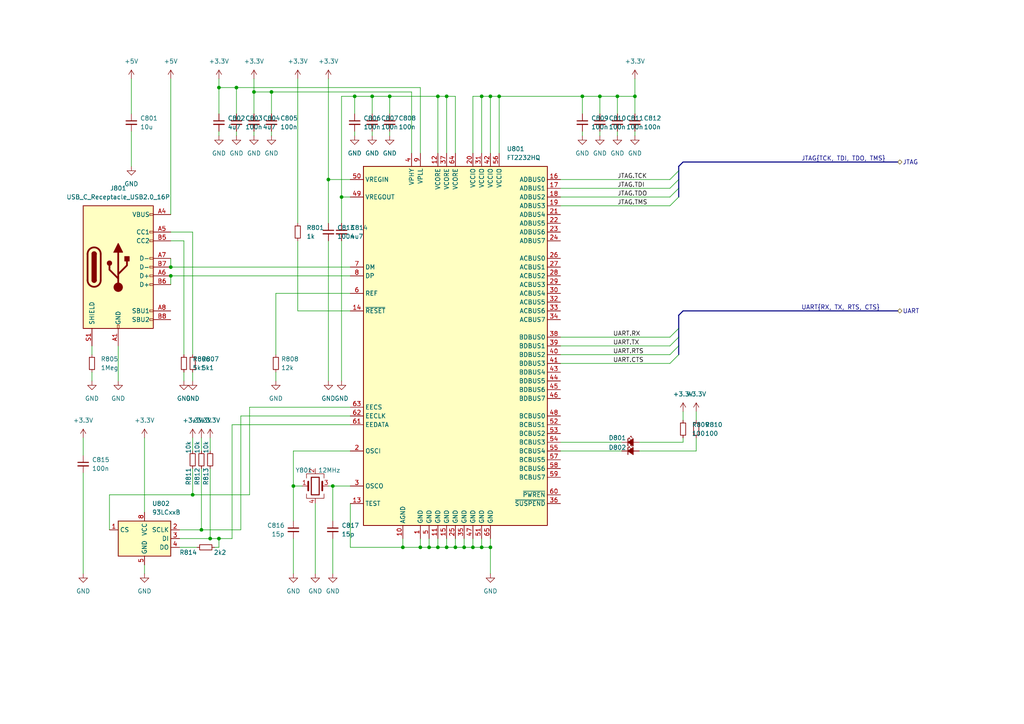
<source format=kicad_sch>
(kicad_sch (version 20250114) (generator "eeschema") (generator_version "9.0")
  (paper "A4")
  (lib_symbols
    (symbol "Connector:USB_C_Receptacle_USB2.0_16P" (pin_names (offset 1.016))
      (property "Reference" "J" (at 0 22.225 0))
      (property "Value" "USB_C_Receptacle_USB2.0_16P" (at 0 19.685 0))
      (symbol "USB_C_Receptacle_USB2.0_16P_0_0"
        (rectangle (start -0.254 -17.78) (end 0.254 -16.764))
        (rectangle (start 10.16 15.494) (end 9.144 14.986))
        (rectangle (start 10.16 10.414) (end 9.144 9.906))
        (rectangle (start 10.16 7.874) (end 9.144 7.366))
        (rectangle (start 10.16 2.794) (end 9.144 2.286))
        (rectangle (start 10.16 0.254) (end 9.144 -0.254))
        (rectangle (start 10.16 -2.286) (end 9.144 -2.794))
        (rectangle (start 10.16 -4.826) (end 9.144 -5.334))
        (rectangle (start 10.16 -12.446) (end 9.144 -12.954))
        (rectangle (start 10.16 -14.986) (end 9.144 -15.494))
      )
      (symbol "USB_C_Receptacle_USB2.0_16P_0_1"
        (rectangle (start -10.16 17.78) (end 10.16 -17.78) (stroke (width 0.254)) (fill (type background)))
        (polyline (pts (xy -8.89 -3.81) (xy -8.89 3.81)) (stroke (width 0.508)))
        (rectangle (start -7.62 -3.81) (end -6.35 3.81) (stroke (width 0.254)) (fill (type outline)))
        (arc (start -7.62 3.81) (mid -6.985 4.4423) (end -6.35 3.81) (stroke (width 0.254)))
        (arc (start -7.62 3.81) (mid -6.985 4.4423) (end -6.35 3.81) (stroke (width 0.254)) (fill (type outline)))
        (arc (start -8.89 3.81) (mid -6.985 5.7067) (end -5.08 3.81) (stroke (width 0.508)))
        (arc (start -5.08 -3.81) (mid -6.985 -5.7067) (end -8.89 -3.81) (stroke (width 0.508)))
        (arc (start -6.35 -3.81) (mid -6.985 -4.4423) (end -7.62 -3.81) (stroke (width 0.254)))
        (arc (start -6.35 -3.81) (mid -6.985 -4.4423) (end -7.62 -3.81) (stroke (width 0.254)) (fill (type outline)))
        (polyline (pts (xy -5.08 3.81) (xy -5.08 -3.81)) (stroke (width 0.508)))
        (circle (center -2.54 1.143) (radius 0.635) (stroke (width 0.254)) (fill (type outline)))
        (polyline (pts (xy -1.27 4.318) (xy 0 6.858) (xy 1.27 4.318) (xy -1.27 4.318)) (stroke (width 0.254)) (fill (type outline)))
        (polyline (pts (xy 0 -2.032) (xy 2.54 0.508) (xy 2.54 1.778)) (stroke (width 0.508)))
        (polyline (pts (xy 0 -3.302) (xy -2.54 -0.762) (xy -2.54 0.508)) (stroke (width 0.508)))
        (polyline (pts (xy 0 -5.842) (xy 0 4.318)) (stroke (width 0.508)))
        (circle (center 0 -5.842) (radius 1.27) (fill (type outline)))
        (rectangle (start 1.905 1.778) (end 3.175 3.048) (stroke (width 0.254)) (fill (type outline)))
      )
      (symbol "USB_C_Receptacle_USB2.0_16P_1_1"
        (pin passive line (at -7.62 -22.86 90) (length 5.08) (name "SHIELD") (number "S1"))
        (pin passive line (at 0 -22.86 90) (length 5.08) (name "GND") (number "A1"))
        (pin passive line (at 0 -22.86 90) (length 5.08) (hide yes) (name "GND") (number "A12"))
        (pin passive line (at 0 -22.86 90) (length 5.08) (hide yes) (name "GND") (number "B1"))
        (pin passive line (at 0 -22.86 90) (length 5.08) (hide yes) (name "GND") (number "B12"))
        (pin passive line (at 15.24 15.24 180) (length 5.08) (name "VBUS") (number "A4"))
        (pin passive line (at 15.24 15.24 180) (length 5.08) (hide yes) (name "VBUS") (number "A9"))
        (pin passive line (at 15.24 15.24 180) (length 5.08) (hide yes) (name "VBUS") (number "B4"))
        (pin passive line (at 15.24 15.24 180) (length 5.08) (hide yes) (name "VBUS") (number "B9"))
        (pin bidirectional line (at 15.24 10.16 180) (length 5.08) (name "CC1") (number "A5"))
        (pin bidirectional line (at 15.24 7.62 180) (length 5.08) (name "CC2") (number "B5"))
        (pin bidirectional line (at 15.24 2.54 180) (length 5.08) (name "D-") (number "A7"))
        (pin bidirectional line (at 15.24 0 180) (length 5.08) (name "D-") (number "B7"))
        (pin bidirectional line (at 15.24 -2.54 180) (length 5.08) (name "D+") (number "A6"))
        (pin bidirectional line (at 15.24 -5.08 180) (length 5.08) (name "D+") (number "B6"))
        (pin bidirectional line (at 15.24 -12.7 180) (length 5.08) (name "SBU1") (number "A8"))
        (pin bidirectional line (at 15.24 -15.24 180) (length 5.08) (name "SBU2") (number "B8"))
      )
    )
    (symbol "Device:C_Small" (pin_numbers (hide yes)) (pin_names (offset 0.254) (hide yes))
      (property "Reference" "C" (at 0.254 1.778 0))
      (property "Value" "C_Small" (at 0.254 -2.032 0))
      (symbol "C_Small_0_1"
        (polyline (pts (xy -1.524 0.508) (xy 1.524 0.508)) (stroke (width 0.3048)))
        (polyline (pts (xy -1.524 -0.508) (xy 1.524 -0.508)) (stroke (width 0.3302)))
      )
      (symbol "C_Small_1_1"
        (pin passive line (at 0 2.54 270) (length 2.032) (name "~") (number "1"))
        (pin passive line (at 0 -2.54 90) (length 2.032) (name "~") (number "2"))
      )
    )
    (symbol "Device:Crystal_GND24" (pin_names (offset 1.016) (hide yes))
      (property "Reference" "Y" (at 3.175 5.08 0))
      (property "Value" "Crystal_GND24" (at 3.175 3.175 0))
      (symbol "Crystal_GND24_0_1"
        (polyline (pts (xy -2.54 2.286) (xy -2.54 3.556) (xy 2.54 3.556) (xy 2.54 2.286)))
        (polyline (pts (xy -2.54 0) (xy -2.032 0)))
        (polyline (pts (xy -2.54 -2.286) (xy -2.54 -3.556) (xy 2.54 -3.556) (xy 2.54 -2.286)))
        (polyline (pts (xy -2.032 -1.27) (xy -2.032 1.27)) (stroke (width 0.508)))
        (rectangle (start -1.143 2.54) (end 1.143 -2.54) (stroke (width 0.3048)))
        (polyline (pts (xy 0 3.556) (xy 0 3.81)))
        (polyline (pts (xy 0 -3.81) (xy 0 -3.556)))
        (polyline (pts (xy 2.032 0) (xy 2.54 0)))
        (polyline (pts (xy 2.032 -1.27) (xy 2.032 1.27)) (stroke (width 0.508)))
      )
      (symbol "Crystal_GND24_1_1"
        (pin passive line (at -3.81 0 0) (length 1.27) (name "1") (number "1"))
        (pin passive line (at 0 5.08 270) (length 1.27) (name "2") (number "2"))
        (pin passive line (at 0 -5.08 90) (length 1.27) (name "4") (number "4"))
        (pin passive line (at 3.81 0 180) (length 1.27) (name "3") (number "3"))
      )
    )
    (symbol "Device:LED_Small_Filled" (pin_numbers (hide yes)) (pin_names (offset 0.254) (hide yes))
      (property "Reference" "D" (at -1.27 3.175 0))
      (property "Value" "LED_Small_Filled" (at -4.445 -2.54 0))
      (symbol "LED_Small_Filled_0_1"
        (polyline (pts (xy -0.762 -1.016) (xy -0.762 1.016)) (stroke (width 0.254)))
        (polyline (pts (xy 0 0.762) (xy -0.508 1.27) (xy -0.254 1.27) (xy -0.508 1.27) (xy -0.508 1.016)))
        (polyline (pts (xy 0.508 1.27) (xy 0 1.778) (xy 0.254 1.778) (xy 0 1.778) (xy 0 1.524)))
        (polyline (pts (xy 0.762 -1.016) (xy -0.762 0) (xy 0.762 1.016) (xy 0.762 -1.016)) (stroke (width 0.254)) (fill (type outline)))
        (polyline (pts (xy 1.016 0) (xy -0.762 0)))
      )
      (symbol "LED_Small_Filled_1_1"
        (pin passive line (at -2.54 0 0) (length 1.778) (name "K") (number "1"))
        (pin passive line (at 2.54 0 180) (length 1.778) (name "A") (number "2"))
      )
    )
    (symbol "Device:R_Small" (pin_numbers (hide yes)) (pin_names (offset 0.254) (hide yes))
      (property "Reference" "R" (at 0.762 0.508 0))
      (property "Value" "R_Small" (at 0.762 -1.016 0))
      (symbol "R_Small_0_1"
        (rectangle (start -0.762 1.778) (end 0.762 -1.778) (stroke (width 0.2032)))
      )
      (symbol "R_Small_1_1"
        (pin passive line (at 0 2.54 270) (length 0.762) (name "~") (number "1"))
        (pin passive line (at 0 -2.54 90) (length 0.762) (name "~") (number "2"))
      )
    )
    (symbol "GND_1" (power) (pin_numbers (hide yes)) (pin_names (offset 0) (hide yes))
      (property "Value" "GND" (at 0 -3.81 0))
      (symbol "GND_1_0_1"
        (polyline (pts (xy 0 0) (xy 0 -1.27) (xy 1.27 -1.27) (xy 0 -2.54) (xy -1.27 -1.27) (xy 0 -1.27)))
      )
      (symbol "GND_1_1_1"
        (pin power_in line (at 0 0 270) (length 0) (name "~") (number "1"))
      )
    )
    (symbol "Interface_USB:FT2232HQ"
      (property "Reference" "U" (at -26.67 53.34 0))
      (property "Value" "FT2232HQ" (at 19.05 53.34 0))
      (symbol "FT2232HQ_0_1"
        (rectangle (start -26.67 -52.07) (end 26.67 52.07) (stroke (width 0.254)) (fill (type background)))
      )
      (symbol "FT2232HQ_1_1"
        (pin power_in line (at -30.48 48.26 0) (length 3.81) (name "VREGIN") (number "50"))
        (pin power_out line (at -30.48 43.18 0) (length 3.81) (name "VREGOUT") (number "49"))
        (pin bidirectional line (at -30.48 22.86 0) (length 3.81) (name "DM") (number "7"))
        (pin bidirectional line (at -30.48 20.32 0) (length 3.81) (name "DP") (number "8"))
        (pin output line (at -30.48 15.24 0) (length 3.81) (name "REF") (number "6"))
        (pin input line (at -30.48 10.16 0) (length 3.81) (name "~{RESET}") (number "14"))
        (pin output line (at -30.48 -17.78 0) (length 3.81) (name "EECS") (number "63"))
        (pin output line (at -30.48 -20.32 0) (length 3.81) (name "EECLK") (number "62"))
        (pin bidirectional line (at -30.48 -22.86 0) (length 3.81) (name "EEDATA") (number "61"))
        (pin input line (at -30.48 -30.48 0) (length 3.81) (name "OSCI") (number "2"))
        (pin output line (at -30.48 -40.64 0) (length 3.81) (name "OSCO") (number "3"))
        (pin input line (at -30.48 -45.72 0) (length 3.81) (name "TEST") (number "13"))
        (pin power_in line (at -15.24 -55.88 90) (length 3.81) (name "AGND") (number "10"))
        (pin power_in line (at -12.7 55.88 270) (length 3.81) (name "VPHY") (number "4"))
        (pin input line (at -10.16 55.88 270) (length 3.81) (name "VPLL") (number "9"))
        (pin power_in line (at -10.16 -55.88 90) (length 3.81) (name "GND") (number "1"))
        (pin power_in line (at -7.62 -55.88 90) (length 3.81) (name "GND") (number "5"))
        (pin power_in line (at -5.08 55.88 270) (length 3.81) (name "VCORE") (number "12"))
        (pin power_in line (at -5.08 -55.88 90) (length 3.81) (name "GND") (number "11"))
        (pin power_in line (at -2.54 55.88 270) (length 3.81) (name "VCORE") (number "37"))
        (pin power_in line (at -2.54 -55.88 90) (length 3.81) (name "GND") (number "15"))
        (pin power_in line (at 0 55.88 270) (length 3.81) (name "VCORE") (number "64"))
        (pin power_in line (at 0 -55.88 90) (length 3.81) (name "GND") (number "25"))
        (pin power_in line (at 2.54 -55.88 90) (length 3.81) (name "GND") (number "35"))
        (pin power_in line (at 5.08 55.88 270) (length 3.81) (name "VCCIO") (number "20"))
        (pin power_in line (at 5.08 -55.88 90) (length 3.81) (name "GND") (number "47"))
        (pin power_in line (at 7.62 55.88 270) (length 3.81) (name "VCCIO") (number "31"))
        (pin power_in line (at 7.62 -55.88 90) (length 3.81) (name "GND") (number "51"))
        (pin power_in line (at 10.16 55.88 270) (length 3.81) (name "VCCIO") (number "42"))
        (pin power_in line (at 10.16 -55.88 90) (length 3.81) (name "GND") (number "65"))
        (pin power_in line (at 12.7 55.88 270) (length 3.81) (name "VCCIO") (number "56"))
        (pin bidirectional line (at 30.48 48.26 180) (length 3.81) (name "ADBUS0") (number "16"))
        (pin bidirectional line (at 30.48 45.72 180) (length 3.81) (name "ADBUS1") (number "17"))
        (pin bidirectional line (at 30.48 43.18 180) (length 3.81) (name "ADBUS2") (number "18"))
        (pin bidirectional line (at 30.48 40.64 180) (length 3.81) (name "ADBUS3") (number "19"))
        (pin bidirectional line (at 30.48 38.1 180) (length 3.81) (name "ADBUS4") (number "21"))
        (pin bidirectional line (at 30.48 35.56 180) (length 3.81) (name "ADBUS5") (number "22"))
        (pin bidirectional line (at 30.48 33.02 180) (length 3.81) (name "ADBUS6") (number "23"))
        (pin bidirectional line (at 30.48 30.48 180) (length 3.81) (name "ADBUS7") (number "24"))
        (pin bidirectional line (at 30.48 25.4 180) (length 3.81) (name "ACBUS0") (number "26"))
        (pin bidirectional line (at 30.48 22.86 180) (length 3.81) (name "ACBUS1") (number "27"))
        (pin bidirectional line (at 30.48 20.32 180) (length 3.81) (name "ACBUS2") (number "28"))
        (pin bidirectional line (at 30.48 17.78 180) (length 3.81) (name "ACBUS3") (number "29"))
        (pin bidirectional line (at 30.48 15.24 180) (length 3.81) (name "ACBUS4") (number "30"))
        (pin bidirectional line (at 30.48 12.7 180) (length 3.81) (name "ACBUS5") (number "32"))
        (pin bidirectional line (at 30.48 10.16 180) (length 3.81) (name "ACBUS6") (number "33"))
        (pin bidirectional line (at 30.48 7.62 180) (length 3.81) (name "ACBUS7") (number "34"))
        (pin bidirectional line (at 30.48 2.54 180) (length 3.81) (name "BDBUS0") (number "38"))
        (pin bidirectional line (at 30.48 0 180) (length 3.81) (name "BDBUS1") (number "39"))
        (pin bidirectional line (at 30.48 -2.54 180) (length 3.81) (name "BDBUS2") (number "40"))
        (pin bidirectional line (at 30.48 -5.08 180) (length 3.81) (name "BDBUS3") (number "41"))
        (pin bidirectional line (at 30.48 -7.62 180) (length 3.81) (name "BDBUS4") (number "43"))
        (pin bidirectional line (at 30.48 -10.16 180) (length 3.81) (name "BDBUS5") (number "44"))
        (pin bidirectional line (at 30.48 -12.7 180) (length 3.81) (name "BDBUS6") (number "45"))
        (pin bidirectional line (at 30.48 -15.24 180) (length 3.81) (name "BDBUS7") (number "46"))
        (pin bidirectional line (at 30.48 -20.32 180) (length 3.81) (name "BCBUS0") (number "48"))
        (pin bidirectional line (at 30.48 -22.86 180) (length 3.81) (name "BCBUS1") (number "52"))
        (pin bidirectional line (at 30.48 -25.4 180) (length 3.81) (name "BCBUS2") (number "53"))
        (pin bidirectional line (at 30.48 -27.94 180) (length 3.81) (name "BCBUS3") (number "54"))
        (pin bidirectional line (at 30.48 -30.48 180) (length 3.81) (name "BCBUS4") (number "55"))
        (pin bidirectional line (at 30.48 -33.02 180) (length 3.81) (name "BCBUS5") (number "57"))
        (pin bidirectional line (at 30.48 -35.56 180) (length 3.81) (name "BCBUS6") (number "58"))
        (pin bidirectional line (at 30.48 -38.1 180) (length 3.81) (name "BCBUS7") (number "59"))
        (pin output line (at 30.48 -43.18 180) (length 3.81) (name "~{PWREN}") (number "60"))
        (pin output line (at 30.48 -45.72 180) (length 3.81) (name "~{SUSPEND}") (number "36"))
      )
    )
    (symbol "Memory_EEPROM:93LCxxB"
      (property "Reference" "U" (at -7.62 6.35 0))
      (property "Value" "93LCxxB" (at 2.54 -6.35 0))
      (symbol "93LCxxB_1_1"
        (rectangle (start -7.62 5.08) (end 7.62 -5.08) (stroke (width 0.254)) (fill (type background)))
        (pin input line (at -10.16 2.54 0) (length 2.54) (name "CS") (number "1"))
        (pin no_connect line (at -7.62 0 0) (length 2.54) (hide yes) (name "NC") (number "6"))
        (pin no_connect line (at -7.62 -2.54 0) (length 2.54) (hide yes) (name "NC") (number "7"))
        (pin power_in line (at 0 7.62 270) (length 2.54) (name "VCC") (number "8"))
        (pin power_in line (at 0 -7.62 90) (length 2.54) (name "GND") (number "5"))
        (pin input line (at 10.16 2.54 180) (length 2.54) (name "SCLK") (number "2"))
        (pin input line (at 10.16 0 180) (length 2.54) (name "DI") (number "3"))
        (pin tri_state line (at 10.16 -2.54 180) (length 2.54) (name "DO") (number "4"))
      )
    )
    (symbol "power:+3.3V" (power) (pin_names (offset 0))
      (property "Value" "+3.3V" (at 0 3.556 0))
      (symbol "+3.3V_0_1"
        (polyline (pts (xy -0.762 1.27) (xy 0 2.54)))
        (polyline (pts (xy 0 2.54) (xy 0.762 1.27)))
        (polyline (pts (xy 0 0) (xy 0 2.54)))
      )
      (symbol "+3.3V_1_1"
        (pin power_in line (at 0 0 90) (length 0) (hide yes) (name "+3.3V") (number "1"))
      )
    )
    (symbol "power:+5V" (power) (pin_names (offset 0))
      (property "Value" "+5V" (at 0 3.556 0))
      (symbol "+5V_0_1"
        (polyline (pts (xy -0.762 1.27) (xy 0 2.54)))
        (polyline (pts (xy 0 2.54) (xy 0.762 1.27)))
        (polyline (pts (xy 0 0) (xy 0 2.54)))
      )
      (symbol "+5V_1_1"
        (pin power_in line (at 0 0 90) (length 0) (hide yes) (name "+5V") (number "1"))
      )
    )
    (symbol "power:GND" (power) (pin_names (offset 0))
      (property "Value" "GND" (at 0 -3.81 0))
      (symbol "GND_0_1"
        (polyline (pts (xy 0 0) (xy 0 -1.27) (xy 1.27 -1.27) (xy 0 -2.54) (xy -1.27 -1.27) (xy 0 -1.27)))
      )
      (symbol "GND_1_1"
        (pin power_in line (at 0 0 270) (length 0) (hide yes) (name "GND") (number "1"))
      )
    )
  )
  (junction (at 127 158.75))
  (junction (at 134.62 158.75))
  (junction (at 184.15 27.94))
  (junction (at 68.58 25.4))
  (junction (at 107.95 27.94))
  (junction (at 113.03 27.94))
  (junction (at 63.5 25.4))
  (junction (at 173.99 27.94))
  (junction (at 142.24 27.94))
  (junction (at 137.16 158.75))
  (junction (at 73.66 26.67))
  (junction (at 139.7 27.94))
  (junction (at 78.74 26.67))
  (junction (at 63.5 156.21))
  (junction (at 127 27.94))
  (junction (at 179.07 27.94))
  (junction (at 142.24 158.75))
  (junction (at 55.88 143.51))
  (junction (at 49.53 80.01))
  (junction (at 102.87 27.94))
  (junction (at 168.91 27.94))
  (junction (at 129.54 158.75))
  (junction (at 96.52 140.97))
  (junction (at 139.7 158.75))
  (junction (at 85.09 140.97))
  (junction (at 129.54 27.94))
  (junction (at 49.53 77.47))
  (junction (at 99.06 57.15))
  (junction (at 132.08 158.75))
  (junction (at 124.46 158.75))
  (junction (at 95.25 52.07))
  (junction (at 58.42 153.67))
  (junction (at 116.84 158.75))
  (junction (at 144.78 27.94))
  (junction (at 121.92 158.75))
  (junction (at 60.96 156.21))
  (bus_entry (at 196.85 95.25) (size -2.54 2.54))
  (bus_entry (at 196.85 97.79) (size -2.54 2.54))
  (bus_entry (at 196.85 100.33) (size -2.54 2.54))
  (bus_entry (at 196.85 52.07) (size -2.54 2.54))
  (bus_entry (at 196.85 49.53) (size -2.54 2.54))
  (bus_entry (at 196.85 102.87) (size -2.54 2.54))
  (bus_entry (at 196.85 57.15) (size -2.54 2.54))
  (bus_entry (at 196.85 54.61) (size -2.54 2.54))
  (wire (pts (xy 101.6 123.19) (xy 67.31 123.19)))
  (wire (pts (xy 58.42 153.67) (xy 69.85 153.67)))
  (wire (pts (xy 63.5 156.21) (xy 63.5 158.75)))
  (wire (pts (xy 119.38 26.67) (xy 78.74 26.67)))
  (wire (pts (xy 26.67 107.95) (xy 26.67 110.49)))
  (wire (pts (xy 113.03 27.94) (xy 127 27.94)))
  (wire (pts (xy 78.74 26.67) (xy 78.74 33.02)))
  (bus (pts (xy 196.85 91.44) (xy 198.12 90.17)))
  (wire (pts (xy 107.95 27.94) (xy 113.03 27.94)))
  (wire (pts (xy 68.58 25.4) (xy 121.92 25.4)))
  (wire (pts (xy 142.24 27.94) (xy 142.24 44.45)))
  (wire (pts (xy 137.16 158.75) (xy 139.7 158.75)))
  (bus (pts (xy 196.85 48.26) (xy 196.85 49.53)))
  (wire (pts (xy 107.95 27.94) (xy 107.95 33.02)))
  (wire (pts (xy 60.96 156.21) (xy 63.5 156.21)))
  (wire (pts (xy 95.25 52.07) (xy 95.25 64.77)))
  (wire (pts (xy 184.15 38.1) (xy 184.15 39.37)))
  (wire (pts (xy 53.34 107.95) (xy 53.34 110.49)))
  (wire (pts (xy 53.34 69.85) (xy 53.34 102.87)))
  (wire (pts (xy 58.42 127) (xy 58.42 130.81)))
  (wire (pts (xy 137.16 156.21) (xy 137.16 158.75)))
  (bus (pts (xy 198.12 90.17) (xy 260.35 90.17)))
  (wire (pts (xy 99.06 27.94) (xy 102.87 27.94)))
  (wire (pts (xy 101.6 85.09) (xy 80.01 85.09)))
  (wire (pts (xy 99.06 69.85) (xy 99.06 110.49)))
  (wire (pts (xy 162.56 105.41) (xy 194.31 105.41)))
  (wire (pts (xy 121.92 158.75) (xy 124.46 158.75)))
  (wire (pts (xy 107.95 38.1) (xy 107.95 39.37)))
  (wire (pts (xy 129.54 27.94) (xy 129.54 44.45)))
  (wire (pts (xy 124.46 158.75) (xy 127 158.75)))
  (wire (pts (xy 95.25 52.07) (xy 101.6 52.07)))
  (wire (pts (xy 80.01 107.95) (xy 80.01 110.49)))
  (wire (pts (xy 127 158.75) (xy 129.54 158.75)))
  (wire (pts (xy 49.53 67.31) (xy 55.88 67.31)))
  (wire (pts (xy 162.56 57.15) (xy 194.31 57.15)))
  (wire (pts (xy 67.31 123.19) (xy 67.31 156.21)))
  (wire (pts (xy 85.09 140.97) (xy 85.09 151.13)))
  (wire (pts (xy 52.07 158.75) (xy 57.15 158.75)))
  (wire (pts (xy 168.91 27.94) (xy 168.91 33.02)))
  (wire (pts (xy 24.13 127) (xy 24.13 132.08)))
  (wire (pts (xy 102.87 38.1) (xy 102.87 39.37)))
  (wire (pts (xy 26.67 100.33) (xy 26.67 102.87)))
  (wire (pts (xy 96.52 151.13) (xy 96.52 140.97)))
  (wire (pts (xy 132.08 156.21) (xy 132.08 158.75)))
  (wire (pts (xy 134.62 156.21) (xy 134.62 158.75)))
  (wire (pts (xy 63.5 38.1) (xy 63.5 39.37)))
  (wire (pts (xy 144.78 27.94) (xy 144.78 44.45)))
  (wire (pts (xy 185.42 128.27) (xy 198.12 128.27)))
  (wire (pts (xy 173.99 27.94) (xy 173.99 33.02)))
  (wire (pts (xy 168.91 27.94) (xy 173.99 27.94)))
  (wire (pts (xy 80.01 85.09) (xy 80.01 102.87)))
  (wire (pts (xy 127 27.94) (xy 129.54 27.94)))
  (wire (pts (xy 121.92 156.21) (xy 121.92 158.75)))
  (wire (pts (xy 55.88 135.89) (xy 55.88 143.51)))
  (wire (pts (xy 179.07 27.94) (xy 184.15 27.94)))
  (wire (pts (xy 102.87 27.94) (xy 102.87 33.02)))
  (wire (pts (xy 101.6 158.75) (xy 116.84 158.75)))
  (bus (pts (xy 198.12 46.99) (xy 196.85 48.26)))
  (wire (pts (xy 96.52 166.37) (xy 96.52 156.21)))
  (wire (pts (xy 119.38 26.67) (xy 119.38 44.45)))
  (wire (pts (xy 184.15 22.86) (xy 184.15 27.94)))
  (wire (pts (xy 49.53 22.86) (xy 49.53 62.23)))
  (wire (pts (xy 162.56 52.07) (xy 194.31 52.07)))
  (wire (pts (xy 139.7 158.75) (xy 142.24 158.75)))
  (wire (pts (xy 162.56 102.87) (xy 194.31 102.87)))
  (wire (pts (xy 49.53 80.01) (xy 101.6 80.01)))
  (wire (pts (xy 52.07 153.67) (xy 58.42 153.67)))
  (wire (pts (xy 173.99 27.94) (xy 179.07 27.94)))
  (wire (pts (xy 162.56 54.61) (xy 194.31 54.61)))
  (wire (pts (xy 124.46 156.21) (xy 124.46 158.75)))
  (wire (pts (xy 121.92 25.4) (xy 121.92 44.45)))
  (wire (pts (xy 49.53 74.93) (xy 49.53 77.47)))
  (bus (pts (xy 196.85 52.07) (xy 196.85 54.61)))
  (wire (pts (xy 63.5 25.4) (xy 63.5 33.02)))
  (wire (pts (xy 86.36 69.85) (xy 86.36 90.17)))
  (wire (pts (xy 49.53 80.01) (xy 49.53 82.55)))
  (wire (pts (xy 201.93 130.81) (xy 185.42 130.81)))
  (wire (pts (xy 127 27.94) (xy 127 44.45)))
  (wire (pts (xy 68.58 38.1) (xy 68.58 39.37)))
  (wire (pts (xy 63.5 22.86) (xy 63.5 25.4)))
  (wire (pts (xy 96.52 140.97) (xy 95.25 140.97)))
  (wire (pts (xy 101.6 146.05) (xy 101.6 158.75)))
  (wire (pts (xy 85.09 156.21) (xy 85.09 166.37)))
  (wire (pts (xy 49.53 69.85) (xy 53.34 69.85)))
  (bus (pts (xy 196.85 54.61) (xy 196.85 57.15)))
  (wire (pts (xy 41.91 127) (xy 41.91 148.59)))
  (wire (pts (xy 101.6 118.11) (xy 72.39 118.11)))
  (wire (pts (xy 101.6 140.97) (xy 96.52 140.97)))
  (wire (pts (xy 41.91 163.83) (xy 41.91 166.37)))
  (wire (pts (xy 49.53 77.47) (xy 101.6 77.47)))
  (wire (pts (xy 162.56 128.27) (xy 180.34 128.27)))
  (wire (pts (xy 52.07 156.21) (xy 60.96 156.21)))
  (bus (pts (xy 198.12 46.99) (xy 260.35 46.99)))
  (wire (pts (xy 132.08 158.75) (xy 134.62 158.75)))
  (wire (pts (xy 201.93 127) (xy 201.93 130.81)))
  (wire (pts (xy 63.5 158.75) (xy 62.23 158.75)))
  (bus (pts (xy 196.85 102.87) (xy 196.85 100.33)))
  (bus (pts (xy 196.85 100.33) (xy 196.85 97.79)))
  (wire (pts (xy 173.99 38.1) (xy 173.99 39.37)))
  (wire (pts (xy 144.78 27.94) (xy 168.91 27.94)))
  (wire (pts (xy 102.87 27.94) (xy 107.95 27.94)))
  (wire (pts (xy 99.06 57.15) (xy 99.06 27.94)))
  (wire (pts (xy 113.03 27.94) (xy 113.03 33.02)))
  (wire (pts (xy 162.56 100.33) (xy 194.31 100.33)))
  (wire (pts (xy 142.24 158.75) (xy 142.24 166.37)))
  (wire (pts (xy 85.09 130.81) (xy 101.6 130.81)))
  (wire (pts (xy 184.15 27.94) (xy 184.15 33.02)))
  (bus (pts (xy 196.85 95.25) (xy 196.85 91.44)))
  (wire (pts (xy 72.39 118.11) (xy 72.39 143.51)))
  (wire (pts (xy 69.85 120.65) (xy 101.6 120.65)))
  (wire (pts (xy 78.74 38.1) (xy 78.74 39.37)))
  (wire (pts (xy 73.66 26.67) (xy 73.66 33.02)))
  (wire (pts (xy 58.42 135.89) (xy 58.42 153.67)))
  (wire (pts (xy 198.12 127) (xy 198.12 128.27)))
  (wire (pts (xy 91.44 166.37) (xy 91.44 146.05)))
  (wire (pts (xy 142.24 158.75) (xy 142.24 156.21)))
  (wire (pts (xy 179.07 38.1) (xy 179.07 39.37)))
  (wire (pts (xy 132.08 27.94) (xy 132.08 44.45)))
  (wire (pts (xy 69.85 153.67) (xy 69.85 120.65)))
  (bus (pts (xy 196.85 97.79) (xy 196.85 95.25)))
  (wire (pts (xy 139.7 27.94) (xy 142.24 27.94)))
  (wire (pts (xy 99.06 57.15) (xy 101.6 57.15)))
  (wire (pts (xy 68.58 25.4) (xy 68.58 33.02)))
  (wire (pts (xy 168.91 38.1) (xy 168.91 39.37)))
  (wire (pts (xy 55.88 67.31) (xy 55.88 102.87)))
  (wire (pts (xy 63.5 156.21) (xy 67.31 156.21)))
  (wire (pts (xy 73.66 38.1) (xy 73.66 39.37)))
  (wire (pts (xy 85.09 140.97) (xy 87.63 140.97)))
  (wire (pts (xy 142.24 27.94) (xy 144.78 27.94)))
  (wire (pts (xy 116.84 158.75) (xy 121.92 158.75)))
  (wire (pts (xy 137.16 27.94) (xy 139.7 27.94)))
  (bus (pts (xy 196.85 49.53) (xy 196.85 52.07)))
  (wire (pts (xy 134.62 158.75) (xy 137.16 158.75)))
  (wire (pts (xy 55.88 143.51) (xy 31.75 143.51)))
  (wire (pts (xy 129.54 158.75) (xy 132.08 158.75)))
  (wire (pts (xy 73.66 22.86) (xy 73.66 26.67)))
  (wire (pts (xy 116.84 156.21) (xy 116.84 158.75)))
  (wire (pts (xy 127 156.21) (xy 127 158.75)))
  (wire (pts (xy 101.6 90.17) (xy 86.36 90.17)))
  (wire (pts (xy 162.56 59.69) (xy 194.31 59.69)))
  (wire (pts (xy 113.03 38.1) (xy 113.03 39.37)))
  (wire (pts (xy 179.07 27.94) (xy 179.07 33.02)))
  (wire (pts (xy 55.88 127) (xy 55.88 130.81)))
  (wire (pts (xy 162.56 97.79) (xy 194.31 97.79)))
  (wire (pts (xy 78.74 26.67) (xy 73.66 26.67)))
  (wire (pts (xy 139.7 156.21) (xy 139.7 158.75)))
  (wire (pts (xy 95.25 22.86) (xy 95.25 52.07)))
  (wire (pts (xy 85.09 130.81) (xy 85.09 140.97)))
  (wire (pts (xy 55.88 107.95) (xy 55.88 110.49)))
  (wire (pts (xy 24.13 137.16) (xy 24.13 166.37)))
  (wire (pts (xy 34.29 100.33) (xy 34.29 110.49)))
  (wire (pts (xy 38.1 48.26) (xy 38.1 38.1)))
  (wire (pts (xy 86.36 22.86) (xy 86.36 64.77)))
  (wire (pts (xy 139.7 27.94) (xy 139.7 44.45)))
  (wire (pts (xy 129.54 156.21) (xy 129.54 158.75)))
  (wire (pts (xy 38.1 22.86) (xy 38.1 33.02)))
  (wire (pts (xy 95.25 69.85) (xy 95.25 110.49)))
  (wire (pts (xy 198.12 119.38) (xy 198.12 121.92)))
  (wire (pts (xy 137.16 44.45) (xy 137.16 27.94)))
  (wire (pts (xy 99.06 57.15) (xy 99.06 64.77)))
  (wire (pts (xy 72.39 143.51) (xy 55.88 143.51)))
  (wire (pts (xy 60.96 127) (xy 60.96 130.81)))
  (wire (pts (xy 162.56 130.81) (xy 180.34 130.81)))
  (wire (pts (xy 60.96 135.89) (xy 60.96 156.21)))
  (wire (pts (xy 201.93 119.38) (xy 201.93 121.92)))
  (wire (pts (xy 31.75 143.51) (xy 31.75 153.67)))
  (wire (pts (xy 129.54 27.94) (xy 132.08 27.94)))
  (wire (pts (xy 63.5 25.4) (xy 68.58 25.4)))
  (label "UART.RTS" (at 177.8 102.87 0))
  (label "JTAG.TMS" (at 179.07 59.69 0))
  (label "JTAG.TDO" (at 179.07 57.15 0))
  (label "JTAG.TCK" (at 179.07 52.07 0))
  (label "UART.CTS" (at 177.8 105.41 0))
  (label "UART.RX" (at 177.8 97.79 0))
  (label "JTAG.TDI" (at 179.07 54.61 0))
  (label "UART.TX" (at 177.8 100.33 0))
  (label "JTAG{TCK, TDI, TDO, TMS}" (at 232.41 46.99 0))
  (label "UART{RX, TX, RTS, CTS}" (at 232.41 90.17 0))
  (hierarchical_label "UART" (shape bidirectional) (at 260.35 90.17 0))
  (hierarchical_label "JTAG" (shape bidirectional) (at 260.35 46.99 0))
  (symbol (lib_id "Device:C_Small") (at 95.25 67.31 0) (unit 1)
    (property "Reference" "C813" (at 97.79 66.0462 0) (effects (justify left)))
    (property "Value" "100n" (at 97.79 68.5862 0) (effects (justify left)))
    (property "Footprint" "Capacitor_SMD:C_0402_1005Metric" (effects (hide yes)))
    (property "Description" "Unpolarized capacitor, small symbol" (effects (hide yes)))
    (property "Würth" "885012205037" (effects (hide yes)))
  )
  (symbol (lib_id "power:GND") (at 78.74 39.37 0) (unit 1)
    (property "Reference" "#PWR0812" (effects (hide yes)))
    (property "Value" "GND" (at 78.74 44.45 0))
    (property "Description" "Power symbol creates a global label with name \"GND\" , ground" (effects (hide yes)))
  )
  (symbol (lib_id "Device:R_Small") (at 59.69 158.75 90) (unit 1)
    (property "Reference" "R814" (at 57.15 159.512 90) (effects (justify left bottom)))
    (property "Value" "2k2" (at 61.976 159.512 90) (effects (justify right bottom)))
    (property "Footprint" "Resistor_SMD:R_0402_1005Metric" (effects (hide yes)))
    (property "Description" "Resistor, small symbol" (effects (hide yes)))
    (property "Würth" "560112110087" (effects (hide yes)))
  )
  (symbol (lib_id "Device:C_Small") (at 68.58 35.56 0) (unit 1)
    (property "Reference" "C803" (at 71.12 34.2962 0) (effects (justify left)))
    (property "Value" "100n" (at 71.12 36.8362 0) (effects (justify left)))
    (property "Footprint" "Capacitor_SMD:C_0402_1005Metric" (effects (hide yes)))
    (property "Description" "Unpolarized capacitor, small symbol" (effects (hide yes)))
    (property "Würth" "885012205037" (effects (hide yes)))
  )
  (symbol (lib_id "power:GND") (at 184.15 39.37 0) (unit 1)
    (property "Reference" "#PWR0819" (effects (hide yes)))
    (property "Value" "GND" (at 184.15 44.45 0))
    (property "Description" "Power symbol creates a global label with name \"GND\" , ground" (effects (hide yes)))
  )
  (symbol (lib_id "Device:C_Small") (at 85.09 153.67 0) (unit 1)
    (property "Reference" "C816" (at 77.47 152.4 0) (effects (justify left)))
    (property "Value" "15p" (at 78.74 154.94 0) (effects (justify left)))
    (property "Footprint" "Capacitor_SMD:C_0402_1005Metric" (effects (hide yes)))
    (property "Description" "Unpolarized capacitor, small symbol" (effects (hide yes)))
    (property "Würth" "885012005026" (effects (hide yes)))
  )
  (symbol (lib_id "power:+5V") (at 49.53 22.86 0) (unit 1)
    (property "Reference" "#PWR0802" (effects (hide yes)))
    (property "Value" "+5V" (at 49.53 17.78 0))
    (property "Description" "Power symbol creates a global label with name \"+5V\"" (effects (hide yes)))
  )
  (symbol (lib_id "power:+3.3V") (at 60.96 127 0) (unit 1)
    (property "Reference" "#PWR0834" (effects (hide yes)))
    (property "Value" "+3.3V" (at 60.96 121.92 0))
    (property "Description" "Power symbol creates a global label with name \"+3.3V\"" (effects (hide yes)))
  )
  (symbol (lib_id "Device:Crystal_GND24") (at 91.44 140.97 0) (unit 1)
    (property "Reference" "Y801" (at 88.138 136.398 0))
    (property "Value" "12MHz" (at 95.504 136.398 0))
    (property "Footprint" "Oscillator:Oscillator_SMD_Abracon_ASE-4Pin_3.2x2.5mm" (effects (hide yes)))
    (property "Description" "Four pin crystal, GND on pins 2 and 4" (effects (hide yes)))
    (property "Würth" "830055295" (effects (hide yes)))
  )
  (symbol (lib_id "Device:R_Small") (at 53.34 105.41 0) (unit 1)
    (property "Reference" "R806" (at 55.88 104.1399 0) (effects (justify left)))
    (property "Value" "5k1" (at 55.88 106.6799 0) (effects (justify left)))
    (property "Footprint" "Resistor_SMD:R_0402_1005Metric" (effects (hide yes)))
    (property "Description" "Resistor, small symbol" (effects (hide yes)))
    (property "Würth" "560112110247" (effects (hide yes)))
  )
  (symbol (lib_id "Device:R_Small") (at 201.93 124.46 180) (unit 1)
    (property "Reference" "R810" (at 204.47 123.1899 0) (effects (justify right)))
    (property "Value" "100" (at 204.47 125.7299 0) (effects (justify right)))
    (property "Footprint" "Resistor_SMD:R_0402_1005Metric" (effects (hide yes)))
    (property "Description" "Resistor, small symbol" (effects (hide yes)))
    (property "Würth" "560112110022" (effects (hide yes)))
  )
  (symbol (lib_id "power:GND") (at 26.67 110.49 0) (unit 1)
    (property "Reference" "#PWR0821" (effects (hide yes)))
    (property "Value" "GND" (at 26.67 115.57 0))
    (property "Description" "Power symbol creates a global label with name \"GND\" , ground" (effects (hide yes)))
  )
  (symbol (lib_id "Device:C_Small") (at 73.66 35.56 0) (unit 1)
    (property "Reference" "C804" (at 76.2 34.2962 0) (effects (justify left)))
    (property "Value" "4u7" (at 76.2 36.8362 0) (effects (justify left)))
    (property "Footprint" "Capacitor_SMD:C_0603_1608Metric" (effects (hide yes)))
    (property "Description" "Unpolarized capacitor, small symbol" (effects (hide yes)))
    (property "Würth" "885012106005" (effects (hide yes)))
  )
  (symbol (lib_id "Device:R_Small") (at 198.12 124.46 180) (unit 1)
    (property "Reference" "R809" (at 200.66 123.1899 0) (effects (justify right)))
    (property "Value" "100" (at 200.66 125.7299 0) (effects (justify right)))
    (property "Footprint" "Resistor_SMD:R_0402_1005Metric" (effects (hide yes)))
    (property "Description" "Resistor, small symbol" (effects (hide yes)))
    (property "Würth" "560112110022" (effects (hide yes)))
  )
  (symbol (lib_id "power:GND") (at 73.66 39.37 0) (unit 1)
    (property "Reference" "#PWR0811" (effects (hide yes)))
    (property "Value" "GND" (at 73.66 44.45 0))
    (property "Description" "Power symbol creates a global label with name \"GND\" , ground" (effects (hide yes)))
  )
  (symbol (lib_id "power:+3.3V") (at 198.12 119.38 0) (unit 1)
    (property "Reference" "#PWR0828" (effects (hide yes)))
    (property "Value" "+3.3V" (at 198.12 114.3 0))
    (property "Description" "Power symbol creates a global label with name \"+3.3V\"" (effects (hide yes)))
  )
  (symbol (lib_id "Device:C_Small") (at 96.52 153.67 0) (unit 1)
    (property "Reference" "C817" (at 99.06 152.4062 0) (effects (justify left)))
    (property "Value" "15p" (at 99.06 154.9462 0) (effects (justify left)))
    (property "Footprint" "Capacitor_SMD:C_0402_1005Metric" (effects (hide yes)))
    (property "Description" "Unpolarized capacitor, small symbol" (effects (hide yes)))
    (property "Würth" "885012005026" (effects (hide yes)))
  )
  (symbol (lib_id "power:+5V") (at 38.1 22.86 0) (unit 1)
    (property "Reference" "#PWR0801" (effects (hide yes)))
    (property "Value" "+5V" (at 38.1 17.78 0))
    (property "Description" "Power symbol creates a global label with name \"+5V\"" (effects (hide yes)))
  )
  (symbol (lib_id "power:GND") (at 168.91 39.37 0) (unit 1)
    (property "Reference" "#PWR0816" (effects (hide yes)))
    (property "Value" "GND" (at 168.91 44.45 0))
    (property "Description" "Power symbol creates a global label with name \"GND\" , ground" (effects (hide yes)))
  )
  (symbol (lib_id "power:GND") (at 173.99 39.37 0) (unit 1)
    (property "Reference" "#PWR0817" (effects (hide yes)))
    (property "Value" "GND" (at 173.99 44.45 0))
    (property "Description" "Power symbol creates a global label with name \"GND\" , ground" (effects (hide yes)))
  )
  (symbol (lib_id "Device:C_Small") (at 113.03 35.56 0) (unit 1)
    (property "Reference" "C808" (at 115.57 34.2962 0) (effects (justify left)))
    (property "Value" "100n" (at 115.57 36.8362 0) (effects (justify left)))
    (property "Footprint" "Capacitor_SMD:C_0402_1005Metric" (effects (hide yes)))
    (property "Description" "Unpolarized capacitor, small symbol" (effects (hide yes)))
    (property "Würth" "885012205037" (effects (hide yes)))
  )
  (symbol (lib_id "power:+3.3V") (at 58.42 127 0) (unit 1)
    (property "Reference" "#PWR0833" (effects (hide yes)))
    (property "Value" "+3.3V" (at 58.42 121.92 0))
    (property "Description" "Power symbol creates a global label with name \"+3.3V\"" (effects (hide yes)))
  )
  (symbol (lib_id "power:GND") (at 95.25 110.49 0) (unit 1)
    (property "Reference" "#PWR0826" (effects (hide yes)))
    (property "Value" "GND" (at 95.25 115.57 0))
    (property "Description" "Power symbol creates a global label with name \"GND\" , ground" (effects (hide yes)))
  )
  (symbol (lib_id "Device:R_Small") (at 58.42 133.35 0) (unit 1)
    (property "Reference" "R812" (at 57.912 135.636 90) (effects (justify right bottom)))
    (property "Value" "10k" (at 57.912 131.572 90) (effects (justify left bottom)))
    (property "Footprint" "Resistor_SMD:R_0402_1005Metric" (effects (hide yes)))
    (property "Description" "Resistor, small symbol" (effects (hide yes)))
    (property "Würth" "560112110020" (effects (hide yes)))
  )
  (symbol (lib_id "power:GND") (at 179.07 39.37 0) (unit 1)
    (property "Reference" "#PWR0818" (effects (hide yes)))
    (property "Value" "GND" (at 179.07 44.45 0))
    (property "Description" "Power symbol creates a global label with name \"GND\" , ground" (effects (hide yes)))
  )
  (symbol (lib_id "power:GND") (at 107.95 39.37 0) (unit 1)
    (property "Reference" "#PWR0814" (effects (hide yes)))
    (property "Value" "GND" (at 107.95 44.45 0))
    (property "Description" "Power symbol creates a global label with name \"GND\" , ground" (effects (hide yes)))
  )
  (symbol (lib_id "power:+3.3V") (at 55.88 127 0) (unit 1)
    (property "Reference" "#PWR0832" (effects (hide yes)))
    (property "Value" "+3.3V" (at 55.88 121.92 0))
    (property "Description" "Power symbol creates a global label with name \"+3.3V\"" (effects (hide yes)))
  )
  (symbol (lib_id "power:GND") (at 63.5 39.37 0) (unit 1)
    (property "Reference" "#PWR0809" (effects (hide yes)))
    (property "Value" "GND" (at 63.5 44.45 0))
    (property "Description" "Power symbol creates a global label with name \"GND\" , ground" (effects (hide yes)))
  )
  (symbol (lib_id "power:+3.3V") (at 201.93 119.38 0) (unit 1)
    (property "Reference" "#PWR0829" (effects (hide yes)))
    (property "Value" "+3.3V" (at 201.93 114.3 0))
    (property "Description" "Power symbol creates a global label with name \"+3.3V\"" (effects (hide yes)))
  )
  (symbol (lib_id "Device:C_Small") (at 168.91 35.56 0) (unit 1)
    (property "Reference" "C809" (at 171.45 34.2962 0) (effects (justify left)))
    (property "Value" "100n" (at 171.45 36.8362 0) (effects (justify left)))
    (property "Footprint" "Capacitor_SMD:C_0402_1005Metric" (effects (hide yes)))
    (property "Description" "Unpolarized capacitor, small symbol" (effects (hide yes)))
    (property "Würth" "885012205037" (effects (hide yes)))
  )
  (symbol (lib_id "Interface_USB:FT2232HQ") (at 132.08 100.33 0) (unit 1)
    (property "Reference" "U801" (at 146.9741 43.18 0) (effects (justify left)))
    (property "Value" "FT2232HQ" (at 146.9741 45.72 0) (effects (justify left)))
    (property "Footprint" "Package_DFN_QFN:QFN-64-1EP_9x9mm_P0.5mm_EP4.35x4.35mm" (effects (hide yes)))
    (property "Datasheet" "https://www.ftdichip.com/Support/Documents/DataSheets/ICs/DS_FT2232H.pdf" (effects (hide yes)))
    (property "Description" "Hi Speed Double Channel USB UART/FIFO, QFN-64" (effects (hide yes)))
    (property "Würth" "-" (effects (hide yes)))
  )
  (symbol (lib_id "power:GND") (at 38.1 48.26 0) (unit 1)
    (property "Reference" "#PWR0820" (effects (hide yes)))
    (property "Value" "GND" (at 38.1 53.34 0))
    (property "Description" "Power symbol creates a global label with name \"GND\" , ground" (effects (hide yes)))
  )
  (symbol (lib_id "Device:C_Small") (at 184.15 35.56 0) (unit 1)
    (property "Reference" "C812" (at 186.69 34.2962 0) (effects (justify left)))
    (property "Value" "100n" (at 186.69 36.8362 0) (effects (justify left)))
    (property "Footprint" "Capacitor_SMD:C_0402_1005Metric" (effects (hide yes)))
    (property "Description" "Unpolarized capacitor, small symbol" (effects (hide yes)))
    (property "Würth" "885012205037" (effects (hide yes)))
  )
  (symbol (lib_id "Device:C_Small") (at 38.1 35.56 0) (unit 1)
    (property "Reference" "C801" (at 40.64 34.2962 0) (effects (justify left)))
    (property "Value" "10u" (at 40.64 36.8362 0) (effects (justify left)))
    (property "Footprint" "Capacitor_SMD:C_1206_3216Metric" (effects (hide yes)))
    (property "Description" "Unpolarized capacitor, small symbol" (effects (hide yes)))
    (property "Würth" "885012208041" (effects (hide yes)))
  )
  (symbol (lib_id "power:+3.3V") (at 24.13 127 0) (unit 1)
    (property "Reference" "#PWR0830" (effects (hide yes)))
    (property "Value" "+3.3V" (at 24.13 121.92 0))
    (property "Description" "Power symbol creates a global label with name \"+3.3V\"" (effects (hide yes)))
  )
  (symbol (lib_id "Device:R_Small") (at 86.36 67.31 0) (unit 1)
    (property "Reference" "R801" (at 88.9 66.0399 0) (effects (justify left)))
    (property "Value" "1k" (at 88.9 68.5799 0) (effects (justify left)))
    (property "Footprint" "Resistor_SMD:R_0402_1005Metric" (effects (hide yes)))
    (property "Description" "Resistor, small symbol" (effects (hide yes)))
    (property "Würth" "560112110012" (effects (hide yes)))
  )
  (symbol (lib_id "power:GND") (at 53.34 110.49 0) (unit 1)
    (property "Reference" "#PWR0823" (effects (hide yes)))
    (property "Value" "GND" (at 53.34 115.57 0))
    (property "Description" "Power symbol creates a global label with name \"GND\" , ground" (effects (hide yes)))
  )
  (symbol (lib_id "power:+3.3V") (at 86.36 22.86 0) (unit 1)
    (property "Reference" "#PWR0806" (effects (hide yes)))
    (property "Value" "+3.3V" (at 86.36 17.78 0))
    (property "Description" "Power symbol creates a global label with name \"+3.3V\"" (effects (hide yes)))
  )
  (symbol (lib_id "power:GND") (at 80.01 110.49 0) (unit 1)
    (property "Reference" "#PWR0825" (effects (hide yes)))
    (property "Value" "GND" (at 80.01 115.57 0))
    (property "Description" "Power symbol creates a global label with name \"GND\" , ground" (effects (hide yes)))
  )
  (symbol (lib_id "Device:R_Small") (at 55.88 133.35 0) (unit 1)
    (property "Reference" "R811" (at 55.372 135.636 90) (effects (justify right bottom)))
    (property "Value" "10k" (at 55.372 131.572 90) (effects (justify left bottom)))
    (property "Footprint" "Resistor_SMD:R_0402_1005Metric" (effects (hide yes)))
    (property "Description" "Resistor, small symbol" (effects (hide yes)))
    (property "Würth" "560112110020" (effects (hide yes)))
  )
  (symbol (lib_id "Device:C_Small") (at 173.99 35.56 0) (unit 1)
    (property "Reference" "C810" (at 176.53 34.2962 0) (effects (justify left)))
    (property "Value" "100n" (at 176.53 36.8362 0) (effects (justify left)))
    (property "Footprint" "Capacitor_SMD:C_0402_1005Metric" (effects (hide yes)))
    (property "Description" "Unpolarized capacitor, small symbol" (effects (hide yes)))
    (property "Würth" "885012205037" (effects (hide yes)))
  )
  (symbol (lib_id "power:GND") (at 113.03 39.37 0) (unit 1)
    (property "Reference" "#PWR0815" (effects (hide yes)))
    (property "Value" "GND" (at 113.03 44.45 0))
    (property "Description" "Power symbol creates a global label with name \"GND\" , ground" (effects (hide yes)))
  )
  (symbol (lib_id "power:+3.3V") (at 41.91 127 0) (unit 1)
    (property "Reference" "#PWR0831" (effects (hide yes)))
    (property "Value" "+3.3V" (at 41.91 121.92 0))
    (property "Description" "Power symbol creates a global label with name \"+3.3V\"" (effects (hide yes)))
  )
  (symbol (lib_id "Device:R_Small") (at 26.67 105.41 180) (unit 1)
    (property "Reference" "R805" (at 29.21 104.1399 0) (effects (justify right)))
    (property "Value" "1Meg" (at 29.21 106.6799 0) (effects (justify right)))
    (property "Footprint" "Resistor_SMD:R_0402_1005Metric" (effects (hide yes)))
    (property "Description" "Resistor, small symbol" (effects (hide yes)))
    (property "Würth" "560112110033" (effects (hide yes)))
  )
  (symbol (lib_id "power:GND") (at 142.24 166.37 0) (unit 1)
    (property "Reference" "#PWR0839" (effects (hide yes)))
    (property "Value" "GND" (at 142.24 171.45 0))
    (property "Description" "Power symbol creates a global label with name \"GND\" , ground" (effects (hide yes)))
  )
  (symbol (lib_id "Device:R_Small") (at 60.96 133.35 0) (unit 1)
    (property "Reference" "R813" (at 60.452 135.636 90) (effects (justify right bottom)))
    (property "Value" "10k" (at 60.452 131.572 90) (effects (justify left bottom)))
    (property "Footprint" "Resistor_SMD:R_0402_1005Metric" (effects (hide yes)))
    (property "Description" "Resistor, small symbol" (effects (hide yes)))
    (property "Würth" "560112110020" (effects (hide yes)))
  )
  (symbol (lib_id "power:+3.3V") (at 95.25 22.86 0) (unit 1)
    (property "Reference" "#PWR0807" (effects (hide yes)))
    (property "Value" "+3.3V" (at 95.25 17.78 0))
    (property "Description" "Power symbol creates a global label with name \"+3.3V\"" (effects (hide yes)))
  )
  (symbol (lib_id "Device:C_Small") (at 99.06 67.31 0) (unit 1)
    (property "Reference" "C814" (at 101.6 66.0462 0) (effects (justify left)))
    (property "Value" "4u7" (at 101.6 68.5862 0) (effects (justify left)))
    (property "Footprint" "Capacitor_SMD:C_0603_1608Metric" (effects (hide yes)))
    (property "Description" "Unpolarized capacitor, small symbol" (effects (hide yes)))
    (property "Würth" "885012106005" (effects (hide yes)))
  )
  (symbol (lib_id "power:GND") (at 24.13 166.37 0) (unit 1)
    (property "Reference" "#PWR0835" (effects (hide yes)))
    (property "Value" "GND" (at 24.13 171.45 0))
    (property "Description" "Power symbol creates a global label with name \"GND\" , ground" (effects (hide yes)))
  )
  (symbol (lib_id "Device:C_Small") (at 102.87 35.56 0) (unit 1)
    (property "Reference" "C806" (at 105.41 34.2962 0) (effects (justify left)))
    (property "Value" "100n" (at 105.41 36.8362 0) (effects (justify left)))
    (property "Footprint" "Capacitor_SMD:C_0402_1005Metric" (effects (hide yes)))
    (property "Description" "Unpolarized capacitor, small symbol" (effects (hide yes)))
    (property "Würth" "885012205037" (effects (hide yes)))
  )
  (symbol (lib_id "Device:LED_Small_Filled") (at 182.88 130.81 0) (unit 1)
    (property "Reference" "D802" (at 179.07 129.794 0))
    (property "Value" "LED_Small_Filled" (effects (hide yes)))
    (property "Footprint" "Library:LED_0603_1608Metric" (effects (hide yes)))
    (property "Description" "Light emitting diode, small symbol, filled shape" (effects (hide yes)))
    (property "Würth" "150060AS75000" (effects (hide yes)))
  )
  (symbol (lib_id "power:GND") (at 102.87 39.37 0) (unit 1)
    (property "Reference" "#PWR0813" (effects (hide yes)))
    (property "Value" "GND" (at 102.87 44.45 0))
    (property "Description" "Power symbol creates a global label with name \"GND\" , ground" (effects (hide yes)))
  )
  (symbol (lib_id "Device:R_Small") (at 80.01 105.41 0) (unit 1)
    (property "Reference" "R808" (at 81.534 104.14 0) (effects (justify left)))
    (property "Value" "12k" (at 81.534 106.68 0) (effects (justify left)))
    (property "Footprint" "Resistor_SMD:R_0402_1005Metric" (effects (hide yes)))
    (property "Description" "Resistor, small symbol" (effects (hide yes)))
    (property "Würth" "560112110038" (effects (hide yes)))
  )
  (symbol (lib_id "power:GND") (at 34.29 110.49 0) (unit 1)
    (property "Reference" "#PWR0822" (effects (hide yes)))
    (property "Value" "GND" (at 34.29 115.57 0))
    (property "Description" "Power symbol creates a global label with name \"GND\" , ground" (effects (hide yes)))
  )
  (symbol (lib_id "power:+3.3V") (at 63.5 22.86 0) (unit 1)
    (property "Reference" "#PWR0804" (effects (hide yes)))
    (property "Value" "+3.3V" (at 63.5 17.78 0))
    (property "Description" "Power symbol creates a global label with name \"+3.3V\"" (effects (hide yes)))
  )
  (symbol (lib_id "power:GND") (at 41.91 166.37 0) (unit 1)
    (property "Reference" "#PWR0836" (effects (hide yes)))
    (property "Value" "GND" (at 41.91 171.45 0))
    (property "Description" "Power symbol creates a global label with name \"GND\" , ground" (effects (hide yes)))
  )
  (symbol (lib_id "Device:C_Small") (at 107.95 35.56 0) (unit 1)
    (property "Reference" "C807" (at 110.49 34.2962 0) (effects (justify left)))
    (property "Value" "100n" (at 110.49 36.8362 0) (effects (justify left)))
    (property "Footprint" "Capacitor_SMD:C_0402_1005Metric" (effects (hide yes)))
    (property "Description" "Unpolarized capacitor, small symbol" (effects (hide yes)))
    (property "Würth" "885012205037" (effects (hide yes)))
  )
  (symbol (lib_id "Device:LED_Small_Filled") (at 182.88 128.27 0) (unit 1)
    (property "Reference" "D801" (at 179.07 127 0))
    (property "Value" "LED_Small_Filled" (effects (hide yes)))
    (property "Footprint" "Library:LED_0603_1608Metric" (effects (hide yes)))
    (property "Description" "Light emitting diode, small symbol, filled shape" (effects (hide yes)))
    (property "Würth" "150060AS75000" (effects (hide yes)))
  )
  (symbol (lib_id "power:+3.3V") (at 73.66 22.86 0) (unit 1)
    (property "Reference" "#PWR0805" (effects (hide yes)))
    (property "Value" "+3.3V" (at 73.66 17.78 0))
    (property "Description" "Power symbol creates a global label with name \"+3.3V\"" (effects (hide yes)))
  )
  (symbol (lib_id "power:GND") (at 55.88 110.49 0) (unit 1)
    (property "Reference" "#PWR0824" (effects (hide yes)))
    (property "Value" "GND" (at 55.88 115.57 0))
    (property "Description" "Power symbol creates a global label with name \"GND\" , ground" (effects (hide yes)))
  )
  (symbol (lib_id "Device:C_Small") (at 24.13 134.62 0) (unit 1)
    (property "Reference" "C815" (at 26.67 133.3562 0) (effects (justify left)))
    (property "Value" "100n" (at 26.67 135.8962 0) (effects (justify left)))
    (property "Footprint" "Capacitor_SMD:C_0402_1005Metric" (effects (hide yes)))
    (property "Description" "Unpolarized capacitor, small symbol" (effects (hide yes)))
    (property "Würth" "885012205037" (effects (hide yes)))
  )
  (symbol (lib_id "power:GND") (at 99.06 110.49 0) (unit 1)
    (property "Reference" "#PWR0827" (effects (hide yes)))
    (property "Value" "GND" (at 99.06 115.57 0))
    (property "Description" "Power symbol creates a global label with name \"GND\" , ground" (effects (hide yes)))
  )
  (symbol (lib_name "GND_1") (lib_id "power:GND") (at 91.44 166.37 0) (unit 1)
    (property "Reference" "#PWR0803" (effects (hide yes)))
    (property "Value" "GND" (at 91.44 171.45 0))
    (property "Description" "Power symbol creates a global label with name \"GND\" , ground" (effects (hide yes)))
  )
  (symbol (lib_id "Connector:USB_C_Receptacle_USB2.0_16P") (at 34.29 77.47 0) (unit 1)
    (property "Reference" "J801" (at 34.29 54.61 0))
    (property "Value" "USB_C_Receptacle_USB2.0_16P" (at 34.29 57.15 0))
    (property "Footprint" "Library:USB_C_Combo" (effects (hide yes)))
    (property "Datasheet" "https://www.usb.org/sites/default/files/documents/usb_type-c.zip" (effects (hide yes)))
    (property "Description" "USB 2.0-only 16P Type-C Receptacle connector" (effects (hide yes)))
    (property "Würth" "629722000214" (effects (hide yes)))
  )
  (symbol (lib_id "Device:C_Small") (at 78.74 35.56 0) (unit 1)
    (property "Reference" "C805" (at 81.28 34.2962 0) (effects (justify left)))
    (property "Value" "100n" (at 81.28 36.8362 0) (effects (justify left)))
    (property "Footprint" "Capacitor_SMD:C_0402_1005Metric" (effects (hide yes)))
    (property "Description" "Unpolarized capacitor, small symbol" (effects (hide yes)))
    (property "Würth" "885012205037" (effects (hide yes)))
  )
  (symbol (lib_id "power:GND") (at 68.58 39.37 0) (unit 1)
    (property "Reference" "#PWR0810" (effects (hide yes)))
    (property "Value" "GND" (at 68.58 44.45 0))
    (property "Description" "Power symbol creates a global label with name \"GND\" , ground" (effects (hide yes)))
  )
  (symbol (lib_id "power:+3.3V") (at 184.15 22.86 0) (unit 1)
    (property "Reference" "#PWR0808" (effects (hide yes)))
    (property "Value" "+3.3V" (at 184.15 17.78 0))
    (property "Description" "Power symbol creates a global label with name \"+3.3V\"" (effects (hide yes)))
  )
  (symbol (lib_id "power:GND") (at 85.09 166.37 0) (unit 1)
    (property "Reference" "#PWR0837" (effects (hide yes)))
    (property "Value" "GND" (at 85.09 171.45 0))
    (property "Description" "Power symbol creates a global label with name \"GND\" , ground" (effects (hide yes)))
  )
  (symbol (lib_id "Device:C_Small") (at 63.5 35.56 0) (unit 1)
    (property "Reference" "C802" (at 66.04 34.2962 0) (effects (justify left)))
    (property "Value" "4u7" (at 66.04 36.8362 0) (effects (justify left)))
    (property "Footprint" "Capacitor_SMD:C_0603_1608Metric" (effects (hide yes)))
    (property "Description" "Unpolarized capacitor, small symbol" (effects (hide yes)))
    (property "Würth" "885012106005" (effects (hide yes)))
  )
  (symbol (lib_id "Memory_EEPROM:93LCxxB") (at 41.91 156.21 0) (unit 1)
    (property "Reference" "U802" (at 44.1041 146.05 0) (effects (justify left)))
    (property "Value" "93LCxxB" (at 44.1041 148.59 0) (effects (justify left)))
    (property "Footprint" "Package_SO:SOIC-8_3.9x4.9mm_P1.27mm" (effects (hide yes)))
    (property "Datasheet" "http://ww1.microchip.com/downloads/en/DeviceDoc/20001749K.pdf" (effects (hide yes)))
    (property "Description" "Serial EEPROM, 93 Series, 2.5V, DIP-8/SOIC-8" (effects (hide yes)))
    (property "Würth" "-" (effects (hide yes)))
  )
  (symbol (lib_id "Device:C_Small") (at 179.07 35.56 0) (unit 1)
    (property "Reference" "C811" (at 181.61 34.2962 0) (effects (justify left)))
    (property "Value" "100n" (at 181.61 36.8362 0) (effects (justify left)))
    (property "Footprint" "Capacitor_SMD:C_0402_1005Metric" (effects (hide yes)))
    (property "Description" "Unpolarized capacitor, small symbol" (effects (hide yes)))
    (property "Würth" "885012205037" (effects (hide yes)))
  )
  (symbol (lib_id "power:GND") (at 96.52 166.37 0) (unit 1)
    (property "Reference" "#PWR0838" (effects (hide yes)))
    (property "Value" "GND" (at 96.52 171.45 0))
    (property "Description" "Power symbol creates a global label with name \"GND\" , ground" (effects (hide yes)))
  )
  (symbol (lib_id "Device:R_Small") (at 55.88 105.41 0) (unit 1)
    (property "Reference" "R807" (at 58.42 104.1399 0) (effects (justify left)))
    (property "Value" "5k1" (at 58.42 106.6799 0) (effects (justify left)))
    (property "Footprint" "Resistor_SMD:R_0402_1005Metric" (effects (hide yes)))
    (property "Description" "Resistor, small symbol" (effects (hide yes)))
    (property "Würth" "560112110247" (effects (hide yes)))
  )
)
</source>
